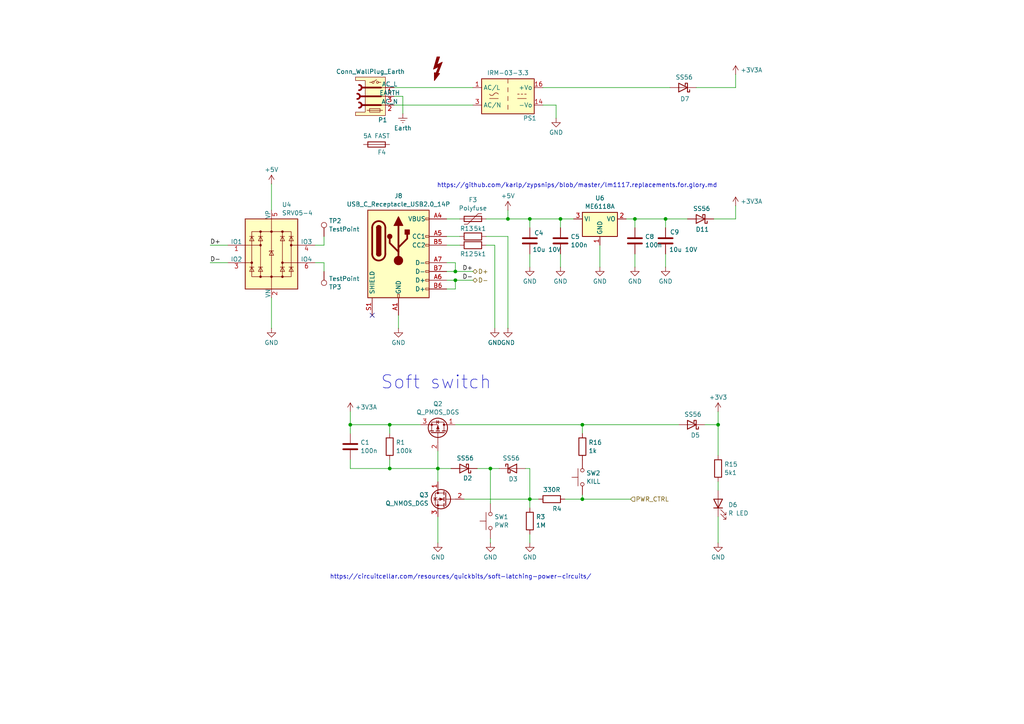
<source format=kicad_sch>
(kicad_sch (version 20231120) (generator "eeschema") (generator_version "8.0")
  (paper "A4")
  (lib_symbols
    (symbol "Connector:TestPoint" (pin_numbers hide) (pin_names (offset 0.762) hide)
      (property "Reference" "TP" (at 0 6.858 0))
      (property "Value" "TestPoint" (at 0 5.08 0))
      (symbol "TestPoint_0_1"
        (circle (center 0 3.302) (radius 0.762))
      )
      (symbol "TestPoint_1_1"
        (pin passive line (at 0 0 90) (length 2.54) (name "1") (number "1"))
      )
    )
    (symbol "Converter_ACDC:IRM-03-3.3"
      (property "Reference" "PS" (at 0 6.35 0))
      (property "Value" "IRM-03-3.3" (at 0 -6.35 0))
      (symbol "IRM-03-3.3_0_1"
        (rectangle (start -7.62 5.08) (end 7.62 -5.08) (stroke (width 0.254)) (fill (type background)))
        (arc (start -5.334 0.635) (mid -4.699 0.2495) (end -4.064 0.635))
        (arc (start -2.794 0.635) (mid -3.429 1.0072) (end -4.064 0.635))
        (polyline (pts (xy -5.334 -0.635) (xy -2.794 -0.635)))
        (polyline (pts (xy 0 -2.54) (xy 0 -3.81)))
        (polyline (pts (xy 0 0) (xy 0 -1.27)))
        (polyline (pts (xy 0 2.54) (xy 0 1.27)))
        (polyline (pts (xy 0 5.08) (xy 0 3.81)))
        (polyline (pts (xy 2.794 -0.635) (xy 5.334 -0.635)))
        (polyline (pts (xy 2.794 0.635) (xy 3.302 0.635)))
        (polyline (pts (xy 3.81 0.635) (xy 4.318 0.635)))
        (polyline (pts (xy 4.826 0.635) (xy 5.334 0.635)))
      )
      (symbol "IRM-03-3.3_1_1"
        (pin power_in line (at -10.16 2.54 0) (length 2.54) (name "AC/L") (number "1"))
        (pin power_out line (at 10.16 -2.54 180) (length 2.54) (name "-Vo") (number "14"))
        (pin power_out line (at 10.16 2.54 180) (length 2.54) (name "+Vo") (number "16"))
        (pin power_in line (at -10.16 -2.54 0) (length 2.54) (name "AC/N") (number "3"))
        (pin no_connect line (at -7.62 0 0) (length 2.54) hide (name "NC") (number "5"))
      )
    )
    (symbol "Device:C" (pin_numbers hide) (pin_names (offset 0.254))
      (property "Reference" "C" (at 0.635 2.54 0))
      (property "Value" "C" (at 0.635 -2.54 0))
      (symbol "C_0_1"
        (polyline (pts (xy -2.032 -0.762) (xy 2.032 -0.762)) (stroke (width 0.508)))
        (polyline (pts (xy -2.032 0.762) (xy 2.032 0.762)) (stroke (width 0.508)))
      )
      (symbol "C_1_1"
        (pin passive line (at 0 3.81 270) (length 2.794) (name "~") (number "1"))
        (pin passive line (at 0 -3.81 90) (length 2.794) (name "~") (number "2"))
      )
    )
    (symbol "Device:D_Schottky" (pin_numbers hide) (pin_names (offset 1.016) hide)
      (property "Reference" "D" (at 0 2.54 0))
      (property "Value" "D_Schottky" (at 0 -2.54 0))
      (symbol "D_Schottky_0_1"
        (polyline (pts (xy 1.27 0) (xy -1.27 0)))
        (polyline (pts (xy 1.27 1.27) (xy 1.27 -1.27) (xy -1.27 0) (xy 1.27 1.27)) (stroke (width 0.254)))
        (polyline (pts (xy -1.905 0.635) (xy -1.905 1.27) (xy -1.27 1.27) (xy -1.27 -1.27) (xy -0.635 -1.27) (xy -0.635 -0.635)) (stroke (width 0.254)))
      )
      (symbol "D_Schottky_1_1"
        (pin passive line (at -3.81 0 0) (length 2.54) (name "K") (number "1"))
        (pin passive line (at 3.81 0 180) (length 2.54) (name "A") (number "2"))
      )
    )
    (symbol "Device:Fuse" (pin_numbers hide) (pin_names (offset 0))
      (property "Reference" "F" (at 2.032 0 90))
      (property "Value" "Fuse" (at -1.905 0 90))
      (symbol "Fuse_0_1"
        (rectangle (start -0.762 -2.54) (end 0.762 2.54) (stroke (width 0.254)))
        (polyline (pts (xy 0 2.54) (xy 0 -2.54)))
      )
      (symbol "Fuse_1_1"
        (pin passive line (at 0 3.81 270) (length 1.27) (name "~") (number "1"))
        (pin passive line (at 0 -3.81 90) (length 1.27) (name "~") (number "2"))
      )
    )
    (symbol "Device:LED" (pin_numbers hide) (pin_names (offset 1.016) hide)
      (property "Reference" "D" (at 0 2.54 0))
      (property "Value" "LED" (at 0 -2.54 0))
      (symbol "LED_0_1"
        (polyline (pts (xy -1.27 -1.27) (xy -1.27 1.27)) (stroke (width 0.254)))
        (polyline (pts (xy -1.27 0) (xy 1.27 0)))
        (polyline (pts (xy 1.27 -1.27) (xy 1.27 1.27) (xy -1.27 0) (xy 1.27 -1.27)) (stroke (width 0.254)))
        (polyline (pts (xy -3.048 -0.762) (xy -4.572 -2.286) (xy -3.81 -2.286) (xy -4.572 -2.286) (xy -4.572 -1.524)))
        (polyline (pts (xy -1.778 -0.762) (xy -3.302 -2.286) (xy -2.54 -2.286) (xy -3.302 -2.286) (xy -3.302 -1.524)))
      )
      (symbol "LED_1_1"
        (pin passive line (at -3.81 0 0) (length 2.54) (name "K") (number "1"))
        (pin passive line (at 3.81 0 180) (length 2.54) (name "A") (number "2"))
      )
    )
    (symbol "Device:Polyfuse" (pin_numbers hide) (pin_names (offset 0))
      (property "Reference" "F" (at -2.54 0 90))
      (property "Value" "Polyfuse" (at 2.54 0 90))
      (symbol "Polyfuse_0_1"
        (rectangle (start -0.762 2.54) (end 0.762 -2.54) (stroke (width 0.254)))
        (polyline (pts (xy 0 2.54) (xy 0 -2.54)))
        (polyline (pts (xy -1.524 2.54) (xy -1.524 1.524) (xy 1.524 -1.524) (xy 1.524 -2.54)))
      )
      (symbol "Polyfuse_1_1"
        (pin passive line (at 0 3.81 270) (length 1.27) (name "~") (number "1"))
        (pin passive line (at 0 -3.81 90) (length 1.27) (name "~") (number "2"))
      )
    )
    (symbol "Device:Q_NMOS_DGS" (pin_names (offset 0) hide)
      (property "Reference" "Q" (at 5.08 1.27 0))
      (property "Value" "Q_NMOS_DGS" (at 5.08 -1.27 0))
      (symbol "Q_NMOS_DGS_0_1"
        (polyline (pts (xy 0.254 0) (xy -2.54 0)))
        (polyline (pts (xy 0.254 1.905) (xy 0.254 -1.905)) (stroke (width 0.254)))
        (polyline (pts (xy 0.762 -1.27) (xy 0.762 -2.286)) (stroke (width 0.254)))
        (polyline (pts (xy 0.762 0.508) (xy 0.762 -0.508)) (stroke (width 0.254)))
        (polyline (pts (xy 0.762 2.286) (xy 0.762 1.27)) (stroke (width 0.254)))
        (polyline (pts (xy 2.54 2.54) (xy 2.54 1.778)))
        (polyline (pts (xy 2.54 -2.54) (xy 2.54 0) (xy 0.762 0)))
        (polyline (pts (xy 0.762 -1.778) (xy 3.302 -1.778) (xy 3.302 1.778) (xy 0.762 1.778)))
        (polyline (pts (xy 1.016 0) (xy 2.032 0.381) (xy 2.032 -0.381) (xy 1.016 0)) (fill (type outline)))
        (polyline (pts (xy 2.794 0.508) (xy 2.921 0.381) (xy 3.683 0.381) (xy 3.81 0.254)))
        (polyline (pts (xy 3.302 0.381) (xy 2.921 -0.254) (xy 3.683 -0.254) (xy 3.302 0.381)))
        (circle (center 1.651 0) (radius 2.794) (stroke (width 0.254)))
        (circle (center 2.54 -1.778) (radius 0.254) (fill (type outline)))
        (circle (center 2.54 1.778) (radius 0.254) (fill (type outline)))
      )
      (symbol "Q_NMOS_DGS_1_1"
        (pin passive line (at 2.54 5.08 270) (length 2.54) (name "D") (number "1"))
        (pin input line (at -5.08 0 0) (length 2.54) (name "G") (number "2"))
        (pin passive line (at 2.54 -5.08 90) (length 2.54) (name "S") (number "3"))
      )
    )
    (symbol "Device:Q_PMOS_DGS" (pin_names (offset 0) hide)
      (property "Reference" "Q" (at 5.08 1.27 0))
      (property "Value" "Q_PMOS_DGS" (at 5.08 -1.27 0))
      (symbol "Q_PMOS_DGS_0_1"
        (polyline (pts (xy 0.254 0) (xy -2.54 0)))
        (polyline (pts (xy 0.254 1.905) (xy 0.254 -1.905)) (stroke (width 0.254)))
        (polyline (pts (xy 0.762 -1.27) (xy 0.762 -2.286)) (stroke (width 0.254)))
        (polyline (pts (xy 0.762 0.508) (xy 0.762 -0.508)) (stroke (width 0.254)))
        (polyline (pts (xy 0.762 2.286) (xy 0.762 1.27)) (stroke (width 0.254)))
        (polyline (pts (xy 2.54 2.54) (xy 2.54 1.778)))
        (polyline (pts (xy 2.54 -2.54) (xy 2.54 0) (xy 0.762 0)))
        (polyline (pts (xy 0.762 1.778) (xy 3.302 1.778) (xy 3.302 -1.778) (xy 0.762 -1.778)))
        (polyline (pts (xy 2.286 0) (xy 1.27 0.381) (xy 1.27 -0.381) (xy 2.286 0)) (fill (type outline)))
        (polyline (pts (xy 2.794 -0.508) (xy 2.921 -0.381) (xy 3.683 -0.381) (xy 3.81 -0.254)))
        (polyline (pts (xy 3.302 -0.381) (xy 2.921 0.254) (xy 3.683 0.254) (xy 3.302 -0.381)))
        (circle (center 1.651 0) (radius 2.794) (stroke (width 0.254)))
        (circle (center 2.54 -1.778) (radius 0.254) (fill (type outline)))
        (circle (center 2.54 1.778) (radius 0.254) (fill (type outline)))
      )
      (symbol "Q_PMOS_DGS_1_1"
        (pin passive line (at 2.54 5.08 270) (length 2.54) (name "D") (number "1"))
        (pin input line (at -5.08 0 0) (length 2.54) (name "G") (number "2"))
        (pin passive line (at 2.54 -5.08 90) (length 2.54) (name "S") (number "3"))
      )
    )
    (symbol "Device:R" (pin_numbers hide) (pin_names (offset 0))
      (property "Reference" "R" (at 2.032 0 90))
      (property "Value" "R" (at 0 0 90))
      (symbol "R_0_1"
        (rectangle (start -1.016 -2.54) (end 1.016 2.54) (stroke (width 0.254)))
      )
      (symbol "R_1_1"
        (pin passive line (at 0 3.81 270) (length 1.27) (name "~") (number "1"))
        (pin passive line (at 0 -3.81 90) (length 1.27) (name "~") (number "2"))
      )
    )
    (symbol "Graphic:SYM_Flash_Small" (in_bom no) (on_board no)
      (symbol "SYM_Flash_Small_0_1"
        (polyline (pts (xy 0.508 -1.016) (xy -1.016 -0.762) (xy -1.016 -3.048) (xy 0.508 -1.016)) (stroke (width 0.2032)) (fill (type outline)))
        (polyline (pts (xy -0.254 3.81) (xy 0.508 3.81) (xy -0.254 1.524) (xy 1.27 2.286) (xy 0 -1.016) (xy -0.508 -0.762) (xy 0.254 1.016) (xy -1.27 0.254) (xy -0.254 3.81)) (stroke (width 0.2032)) (fill (type outline)))
      )
    )
    (symbol "Power_Protection:SRV05-4" (pin_names (offset 0))
      (property "Reference" "U" (at -5.08 11.43 0))
      (property "Value" "SRV05-4" (at 2.54 11.43 0))
      (symbol "SRV05-4_0_0"
        (rectangle (start -5.715 6.477) (end 5.715 -6.604))
        (polyline (pts (xy -3.175 -6.604) (xy -3.175 6.477)))
        (polyline (pts (xy 3.175 6.477) (xy 3.175 -6.604)))
      )
      (symbol "SRV05-4_0_1"
        (rectangle (start -7.62 10.16) (end 7.62 -10.16) (stroke (width 0.254)) (fill (type background)))
        (circle (center -5.715 -2.54) (radius 0.2794) (fill (type outline)))
        (circle (center -3.175 -6.604) (radius 0.2794) (fill (type outline)))
        (circle (center -3.175 2.54) (radius 0.2794) (fill (type outline)))
        (circle (center -3.175 6.477) (radius 0.2794) (fill (type outline)))
        (circle (center 0 -6.604) (radius 0.2794) (fill (type outline)))
        (polyline (pts (xy -7.747 2.54) (xy -3.175 2.54)))
        (polyline (pts (xy -7.62 -2.54) (xy -5.715 -2.54)))
        (polyline (pts (xy -5.08 -3.81) (xy -6.35 -3.81)))
        (polyline (pts (xy -5.08 5.08) (xy -6.35 5.08)))
        (polyline (pts (xy -2.54 -3.81) (xy -3.81 -3.81)))
        (polyline (pts (xy -2.54 5.08) (xy -3.81 5.08)))
        (polyline (pts (xy 0 10.16) (xy 0 -10.16)))
        (polyline (pts (xy 3.81 -3.81) (xy 2.54 -3.81)))
        (polyline (pts (xy 3.81 5.08) (xy 2.54 5.08)))
        (polyline (pts (xy 6.35 -3.81) (xy 5.08 -3.81)))
        (polyline (pts (xy 6.35 5.08) (xy 5.08 5.08)))
        (polyline (pts (xy 7.62 -2.54) (xy 3.175 -2.54)))
        (polyline (pts (xy 7.62 2.54) (xy 5.715 2.54)))
        (polyline (pts (xy 0.635 0.889) (xy -0.635 0.889) (xy -0.635 0.635)))
        (polyline (pts (xy -5.08 -5.08) (xy -6.35 -5.08) (xy -5.715 -3.81) (xy -5.08 -5.08)))
        (polyline (pts (xy -5.08 3.81) (xy -6.35 3.81) (xy -5.715 5.08) (xy -5.08 3.81)))
        (polyline (pts (xy -2.54 -5.08) (xy -3.81 -5.08) (xy -3.175 -3.81) (xy -2.54 -5.08)))
        (polyline (pts (xy -2.54 3.81) (xy -3.81 3.81) (xy -3.175 5.08) (xy -2.54 3.81)))
        (polyline (pts (xy 0.635 -0.381) (xy -0.635 -0.381) (xy 0 0.889) (xy 0.635 -0.381)))
        (polyline (pts (xy 3.81 -5.08) (xy 2.54 -5.08) (xy 3.175 -3.81) (xy 3.81 -5.08)))
        (polyline (pts (xy 3.81 3.81) (xy 2.54 3.81) (xy 3.175 5.08) (xy 3.81 3.81)))
        (polyline (pts (xy 6.35 -5.08) (xy 5.08 -5.08) (xy 5.715 -3.81) (xy 6.35 -5.08)))
        (polyline (pts (xy 6.35 3.81) (xy 5.08 3.81) (xy 5.715 5.08) (xy 6.35 3.81)))
        (circle (center 0 6.477) (radius 0.2794) (fill (type outline)))
        (circle (center 3.175 -6.604) (radius 0.2794) (fill (type outline)))
        (circle (center 3.175 -2.54) (radius 0.2794) (fill (type outline)))
        (circle (center 3.175 6.477) (radius 0.2794) (fill (type outline)))
        (circle (center 5.715 2.54) (radius 0.2794) (fill (type outline)))
      )
      (symbol "SRV05-4_1_1"
        (pin passive line (at -12.7 2.54 0) (length 5.08) (name "IO1") (number "1"))
        (pin passive line (at 0 -12.7 90) (length 2.54) (name "VN") (number "2"))
        (pin passive line (at -12.7 -2.54 0) (length 5.08) (name "IO2") (number "3"))
        (pin passive line (at 12.7 2.54 180) (length 5.08) (name "IO3") (number "4"))
        (pin passive line (at 0 12.7 270) (length 2.54) (name "VP") (number "5"))
        (pin passive line (at 12.7 -2.54 180) (length 5.08) (name "IO4") (number "6"))
      )
    )
    (symbol "Regulator_Linear:AMS1117-3.3"
      (property "Reference" "U" (at -3.81 3.175 0))
      (property "Value" "AMS1117-3.3" (at 0 3.175 0))
      (symbol "AMS1117-3.3_0_1"
        (rectangle (start -5.08 -5.08) (end 5.08 1.905) (stroke (width 0.254)) (fill (type background)))
      )
      (symbol "AMS1117-3.3_1_1"
        (pin power_in line (at 0 -7.62 90) (length 2.54) (name "GND") (number "1"))
        (pin power_out line (at 7.62 0 180) (length 2.54) (name "VO") (number "2"))
        (pin power_in line (at -7.62 0 0) (length 2.54) (name "VI") (number "3"))
      )
    )
    (symbol "Switch:SW_Push" (pin_numbers hide) (pin_names (offset 1.016) hide)
      (property "Reference" "SW" (at 1.27 2.54 0))
      (property "Value" "SW_Push" (at 0 -1.524 0))
      (symbol "SW_Push_0_1"
        (circle (center -2.032 0) (radius 0.508))
        (polyline (pts (xy 0 1.27) (xy 0 3.048)))
        (polyline (pts (xy 2.54 1.27) (xy -2.54 1.27)))
        (circle (center 2.032 0) (radius 0.508))
        (pin passive line (at -5.08 0 0) (length 2.54) (name "1") (number "1"))
        (pin passive line (at 5.08 0 180) (length 2.54) (name "2") (number "2"))
      )
    )
    (symbol "local:Conn_WallPlug_Earth" (pin_names (offset 0))
      (property "Reference" "P" (at 3.81 -7.366 0))
      (property "Value" "Conn_WallPlug_Earth" (at 5.842 5.842 0))
      (symbol "Conn_WallPlug_Earth_0_1"
        (rectangle (start -2.032 -3.556) (end 1.016 -4.572))
        (circle (center -1.016 4.064) (radius 0.3))
        (polyline (pts (xy -4.826 0) (xy 1.27 0)) (stroke (width 0.508)))
        (polyline (pts (xy -4.318 -2.54) (xy 1.27 -2.54)) (stroke (width 0.508)))
        (polyline (pts (xy -4.318 2.54) (xy 1.27 2.54)) (stroke (width 0.508)))
        (polyline (pts (xy -0.762 4.318) (xy 0 4.826)))
        (circle (center 0.254 4.064) (radius 0.3))
      )
      (symbol "Conn_WallPlug_Earth_1_1"
        (arc (start -5.588 -0.762) (mid -4.826 0) (end -5.588 0.762) (stroke (width 0.508)))
        (arc (start -5.08 -3.302) (mid -4.318 -2.54) (end -5.08 -1.778) (stroke (width 0.508)))
        (arc (start -5.08 1.778) (mid -4.318 2.54) (end -5.08 3.302) (stroke (width 0.508)))
        (polyline (pts (xy -1.27 4.064) (xy -2.032 4.064)))
        (polyline (pts (xy 0.508 4.064) (xy 1.27 4.064)))
        (polyline (pts (xy 1.27 -2.54) (xy 2.54 -2.54)))
        (polyline (pts (xy 1.27 0) (xy 2.54 0)))
        (polyline (pts (xy 1.27 2.54) (xy 2.54 2.54)))
        (polyline (pts (xy 1.778 -4.064) (xy -2.794 -4.064)))
        (polyline (pts (xy -6.096 5.588) (xy 2.54 5.588) (xy 2.54 -5.588) (xy -6.096 -5.588) (xy -6.096 -4.572) (xy -3.302 -4.572) (xy -3.302 4.572) (xy -6.096 4.572) (xy -6.096 5.588)) (fill (type background)))
        (pin power_out line (at 5.08 2.54 180) (length 2.54) (name "AC_L") (number "1"))
        (pin power_out line (at 5.08 -2.54 180) (length 2.54) (name "AC_N") (number "2"))
        (pin passive line (at 5.08 0 180) (length 2.54) (name "EARTH") (number "3"))
      )
    )
    (symbol "local:USB_C_Receptacle_USB2.0_14P" (pin_names (offset 1.016))
      (property "Reference" "J" (at 0 22.225 0))
      (property "Value" "USB_C_Receptacle_USB2.0_14P" (at 0 19.685 0))
      (symbol "USB_C_Receptacle_USB2.0_14P_0_0"
        (rectangle (start -0.254 -7.62) (end 0.254 -6.604))
        (rectangle (start 8.89 -4.826) (end 7.874 -5.334))
        (rectangle (start 8.89 -2.286) (end 7.874 -2.794))
        (rectangle (start 8.89 0.254) (end 7.874 -0.254))
        (rectangle (start 8.89 2.794) (end 7.874 2.286))
        (rectangle (start 8.89 7.874) (end 7.874 7.366))
        (rectangle (start 8.89 10.414) (end 7.874 9.906))
        (rectangle (start 8.89 15.494) (end 7.874 14.986))
      )
      (symbol "USB_C_Receptacle_USB2.0_14P_0_1"
        (rectangle (start -8.89 17.78) (end 8.89 -7.62) (stroke (width 0.254)) (fill (type background)))
        (arc (start -7.62 5.08) (mid -5.715 3.1833) (end -3.81 5.08) (stroke (width 0.508)))
        (arc (start -6.35 5.08) (mid -5.715 4.4477) (end -5.08 5.08) (stroke (width 0.254)))
        (arc (start -6.35 5.08) (mid -5.715 4.4477) (end -5.08 5.08) (stroke (width 0.254)) (fill (type outline)))
        (rectangle (start -6.35 5.08) (end -5.08 12.7) (stroke (width 0.254)) (fill (type outline)))
        (arc (start -5.08 12.7) (mid -5.715 13.3323) (end -6.35 12.7) (stroke (width 0.254)))
        (arc (start -5.08 12.7) (mid -5.715 13.3323) (end -6.35 12.7) (stroke (width 0.254)) (fill (type outline)))
        (arc (start -3.81 12.7) (mid -5.715 14.5967) (end -7.62 12.7) (stroke (width 0.508)))
        (circle (center -2.54 10.16) (radius 0.635) (stroke (width 0.254)) (fill (type outline)))
        (polyline (pts (xy -7.62 5.08) (xy -7.62 12.7)) (stroke (width 0.508)))
        (polyline (pts (xy -3.81 12.7) (xy -3.81 5.08)) (stroke (width 0.508)))
        (polyline (pts (xy 0 3.175) (xy 0 13.335)) (stroke (width 0.508)))
        (polyline (pts (xy 0 5.715) (xy -2.54 8.255) (xy -2.54 9.525)) (stroke (width 0.508)))
        (polyline (pts (xy 0 6.985) (xy 2.54 9.525) (xy 2.54 10.795)) (stroke (width 0.508)))
        (polyline (pts (xy -1.27 13.335) (xy 0 15.875) (xy 1.27 13.335) (xy -1.27 13.335)) (stroke (width 0.254)) (fill (type outline)))
        (circle (center 0 3.175) (radius 1.27) (fill (type outline)))
        (rectangle (start 1.905 10.795) (end 3.175 12.065) (stroke (width 0.254)) (fill (type outline)))
      )
      (symbol "USB_C_Receptacle_USB2.0_14P_1_1"
        (pin passive line (at 0 -12.7 90) (length 5.08) (name "GND") (number "A1"))
        (pin passive line (at 0 -12.7 90) (length 5.08) hide (name "GND") (number "A12"))
        (pin passive line (at 13.97 15.24 180) (length 5.08) (name "VBUS") (number "A4"))
        (pin bidirectional line (at 13.97 10.16 180) (length 5.08) (name "CC1") (number "A5"))
        (pin bidirectional line (at 13.97 -2.54 180) (length 5.08) (name "D+") (number "A6"))
        (pin bidirectional line (at 13.97 2.54 180) (length 5.08) (name "D-") (number "A7"))
        (pin passive line (at 13.97 15.24 180) (length 5.08) hide (name "VBUS") (number "A9"))
        (pin passive line (at 0 -12.7 90) (length 5.08) hide (name "GND") (number "B1"))
        (pin passive line (at 0 -12.7 90) (length 5.08) hide (name "GND") (number "B12"))
        (pin passive line (at 13.97 15.24 180) (length 5.08) hide (name "VBUS") (number "B4"))
        (pin bidirectional line (at 13.97 7.62 180) (length 5.08) (name "CC2") (number "B5"))
        (pin bidirectional line (at 13.97 -5.08 180) (length 5.08) (name "D+") (number "B6"))
        (pin bidirectional line (at 13.97 0 180) (length 5.08) (name "D-") (number "B7"))
        (pin passive line (at 13.97 15.24 180) (length 5.08) hide (name "VBUS") (number "B9"))
        (pin passive line (at -7.62 -12.7 90) (length 5.08) (name "SHIELD") (number "S1"))
      )
    )
    (symbol "power:+3V3" (power) (pin_numbers hide) (pin_names (offset 0) hide)
      (property "Value" "+3V3" (at 0 3.556 0))
      (symbol "+3V3_0_1"
        (polyline (pts (xy -0.762 1.27) (xy 0 2.54)))
        (polyline (pts (xy 0 0) (xy 0 2.54)))
        (polyline (pts (xy 0 2.54) (xy 0.762 1.27)))
      )
      (symbol "+3V3_1_1"
        (pin power_in line (at 0 0 90) (length 0) (name "~") (number "1"))
      )
    )
    (symbol "power:+5V" (power) (pin_numbers hide) (pin_names (offset 0) hide)
      (property "Value" "+5V" (at 0 3.556 0))
      (symbol "+5V_0_1"
        (polyline (pts (xy -0.762 1.27) (xy 0 2.54)))
        (polyline (pts (xy 0 0) (xy 0 2.54)))
        (polyline (pts (xy 0 2.54) (xy 0.762 1.27)))
      )
      (symbol "+5V_1_1"
        (pin power_in line (at 0 0 90) (length 0) (name "~") (number "1"))
      )
    )
    (symbol "power:Earth" (power) (pin_numbers hide) (pin_names (offset 0) hide)
      (property "Value" "Earth" (at 0 -3.81 0))
      (symbol "Earth_0_1"
        (polyline (pts (xy -0.635 -1.905) (xy 0.635 -1.905)))
        (polyline (pts (xy -0.127 -2.54) (xy 0.127 -2.54)))
        (polyline (pts (xy 0 -1.27) (xy 0 0)))
        (polyline (pts (xy 1.27 -1.27) (xy -1.27 -1.27)))
      )
      (symbol "Earth_1_1"
        (pin power_in line (at 0 0 270) (length 0) (name "~") (number "1"))
      )
    )
    (symbol "power:GND" (power) (pin_numbers hide) (pin_names (offset 0) hide)
      (property "Value" "GND" (at 0 -3.81 0))
      (symbol "GND_0_1"
        (polyline (pts (xy 0 0) (xy 0 -1.27) (xy 1.27 -1.27) (xy 0 -2.54) (xy -1.27 -1.27) (xy 0 -1.27)))
      )
      (symbol "GND_1_1"
        (pin power_in line (at 0 0 270) (length 0) (name "~") (number "1"))
      )
    )
  )
  (junction (at 142.24 135.89))
  (junction (at 132.08 81.28))
  (junction (at 147.32 63.5))
  (junction (at 168.91 144.78))
  (junction (at 168.91 123.19))
  (junction (at 208.28 123.19))
  (junction (at 127 135.89))
  (junction (at 113.03 123.19))
  (junction (at 184.15 63.5))
  (junction (at 132.08 78.74))
  (junction (at 153.67 144.78))
  (junction (at 101.6 123.19))
  (junction (at 162.56 63.5))
  (junction (at 193.04 63.5))
  (junction (at 113.03 135.89))
  (junction (at 153.67 63.5))
  (no_connect (at 107.95 91.44))
  (wire (pts (xy 147.32 68.58) (xy 147.32 95.25)))
  (wire (pts (xy 208.28 123.19) (xy 208.28 119.38)))
  (wire (pts (xy 129.54 83.82) (xy 132.08 83.82)))
  (wire (pts (xy 129.54 63.5) (xy 133.35 63.5)))
  (wire (pts (xy 140.97 71.12) (xy 143.51 71.12)))
  (wire (pts (xy 193.04 66.04) (xy 193.04 63.5)))
  (wire (pts (xy 181.61 63.5) (xy 184.15 63.5)))
  (wire (pts (xy 138.43 135.89) (xy 142.24 135.89)))
  (wire (pts (xy 207.01 63.5) (xy 213.36 63.5)))
  (wire (pts (xy 113.03 123.19) (xy 121.92 123.19)))
  (wire (pts (xy 78.74 53.34) (xy 78.74 60.96)))
  (wire (pts (xy 116.84 27.94) (xy 116.84 33.02)))
  (wire (pts (xy 143.51 71.12) (xy 143.51 95.25)))
  (wire (pts (xy 115.57 91.44) (xy 115.57 95.25)))
  (wire (pts (xy 163.83 144.78) (xy 168.91 144.78)))
  (wire (pts (xy 127 135.89) (xy 130.81 135.89)))
  (wire (pts (xy 193.04 63.5) (xy 184.15 63.5)))
  (wire (pts (xy 114.3 25.4) (xy 137.16 25.4)))
  (wire (pts (xy 153.67 144.78) (xy 156.21 144.78)))
  (wire (pts (xy 91.44 76.2) (xy 93.98 76.2)))
  (wire (pts (xy 101.6 123.19) (xy 113.03 123.19)))
  (wire (pts (xy 153.67 63.5) (xy 162.56 63.5)))
  (wire (pts (xy 114.3 30.48) (xy 137.16 30.48)))
  (wire (pts (xy 93.98 71.12) (xy 93.98 68.58)))
  (wire (pts (xy 101.6 119.38) (xy 101.6 123.19)))
  (wire (pts (xy 101.6 123.19) (xy 101.6 125.73)))
  (wire (pts (xy 101.6 135.89) (xy 113.03 135.89)))
  (wire (pts (xy 168.91 123.19) (xy 196.85 123.19)))
  (wire (pts (xy 132.08 76.2) (xy 129.54 76.2)))
  (wire (pts (xy 113.03 135.89) (xy 127 135.89)))
  (wire (pts (xy 129.54 68.58) (xy 133.35 68.58)))
  (wire (pts (xy 208.28 123.19) (xy 208.28 132.08)))
  (wire (pts (xy 140.97 63.5) (xy 147.32 63.5)))
  (wire (pts (xy 208.28 149.86) (xy 208.28 157.48)))
  (wire (pts (xy 157.48 25.4) (xy 194.31 25.4)))
  (wire (pts (xy 213.36 25.4) (xy 213.36 21.59)))
  (wire (pts (xy 184.15 63.5) (xy 184.15 66.04)))
  (wire (pts (xy 168.91 123.19) (xy 168.91 125.73)))
  (wire (pts (xy 132.08 81.28) (xy 137.16 81.28)))
  (wire (pts (xy 161.29 34.29) (xy 161.29 30.48)))
  (wire (pts (xy 134.62 144.78) (xy 153.67 144.78)))
  (wire (pts (xy 193.04 63.5) (xy 199.39 63.5)))
  (wire (pts (xy 78.74 86.36) (xy 78.74 95.25)))
  (wire (pts (xy 132.08 78.74) (xy 132.08 76.2)))
  (wire (pts (xy 127 149.86) (xy 127 157.48)))
  (wire (pts (xy 129.54 71.12) (xy 133.35 71.12)))
  (wire (pts (xy 153.67 135.89) (xy 153.67 144.78)))
  (wire (pts (xy 193.04 73.66) (xy 193.04 77.47)))
  (wire (pts (xy 60.96 76.2) (xy 66.04 76.2)))
  (wire (pts (xy 168.91 144.78) (xy 182.88 144.78)))
  (wire (pts (xy 208.28 139.7) (xy 208.28 142.24)))
  (wire (pts (xy 93.98 76.2) (xy 93.98 78.74)))
  (wire (pts (xy 132.08 123.19) (xy 168.91 123.19)))
  (wire (pts (xy 127 135.89) (xy 127 130.81)))
  (wire (pts (xy 153.67 66.04) (xy 153.67 63.5)))
  (wire (pts (xy 162.56 66.04) (xy 162.56 63.5)))
  (wire (pts (xy 147.32 60.96) (xy 147.32 63.5)))
  (wire (pts (xy 60.96 71.12) (xy 66.04 71.12)))
  (wire (pts (xy 142.24 135.89) (xy 144.78 135.89)))
  (wire (pts (xy 140.97 68.58) (xy 147.32 68.58)))
  (wire (pts (xy 132.08 81.28) (xy 129.54 81.28)))
  (wire (pts (xy 162.56 73.66) (xy 162.56 77.47)))
  (wire (pts (xy 142.24 156.21) (xy 142.24 157.48)))
  (wire (pts (xy 162.56 63.5) (xy 166.37 63.5)))
  (wire (pts (xy 184.15 73.66) (xy 184.15 77.47)))
  (wire (pts (xy 152.4 135.89) (xy 153.67 135.89)))
  (wire (pts (xy 114.3 27.94) (xy 116.84 27.94)))
  (wire (pts (xy 153.67 144.78) (xy 153.67 147.32)))
  (wire (pts (xy 168.91 143.51) (xy 168.91 144.78)))
  (wire (pts (xy 132.08 78.74) (xy 137.16 78.74)))
  (wire (pts (xy 113.03 133.35) (xy 113.03 135.89)))
  (wire (pts (xy 127 139.7) (xy 127 135.89)))
  (wire (pts (xy 101.6 133.35) (xy 101.6 135.89)))
  (wire (pts (xy 161.29 30.48) (xy 157.48 30.48)))
  (wire (pts (xy 132.08 83.82) (xy 132.08 81.28)))
  (wire (pts (xy 147.32 63.5) (xy 153.67 63.5)))
  (wire (pts (xy 173.99 71.12) (xy 173.99 77.47)))
  (wire (pts (xy 201.93 25.4) (xy 213.36 25.4)))
  (wire (pts (xy 153.67 73.66) (xy 153.67 77.47)))
  (wire (pts (xy 129.54 78.74) (xy 132.08 78.74)))
  (wire (pts (xy 91.44 71.12) (xy 93.98 71.12)))
  (wire (pts (xy 113.03 125.73) (xy 113.03 123.19)))
  (wire (pts (xy 142.24 135.89) (xy 142.24 146.05)))
  (wire (pts (xy 204.47 123.19) (xy 208.28 123.19)))
  (wire (pts (xy 153.67 154.94) (xy 153.67 157.48)))
  (wire (pts (xy 213.36 59.69) (xy 213.36 63.5)))
  (text "Soft switch" (at 126.492 110.998 0) (effects (font (size 3.81 3.81))))
  (text "https://circuitcellar.com/resources/quickbits/soft-latching-power-circuits/" (at 133.604 167.386 0) (effects (font (size 1.27 1.27))))
  (text "https://github.com/karlp/zypsnips/blob/master/lm1117.replacements.for.glory.md" (at 167.386 53.848 0) (effects (font (size 1.27 1.27))))
  (label "D+" (at 137.16 78.74 180))
  (label "D+" (at 60.96 71.12 0))
  (label "D-" (at 137.16 81.28 180))
  (label "D-" (at 60.96 76.2 0))
  (hierarchical_label "PWR_CTRL" (shape input) (at 182.88 144.78 0))
  (hierarchical_label "D-" (shape bidirectional) (at 137.16 81.28 0))
  (hierarchical_label "D+" (shape bidirectional) (at 137.16 78.74 0))
  (symbol (lib_id "Regulator_Linear:AMS1117-3.3") (at 173.99 63.5 0) (unit 1)
    (property "Reference" "U6" (at 173.99 57.4505 0))
    (property "Value" "ME6118A" (at 173.99 59.8748 0))
    (property "Footprint" "Package_TO_SOT_SMD:SOT-223-3_TabPin2" (effects (hide yes)))
    (property "Description" "1A Low Dropout regulator, positive, 3.3V fixed output, SOT-223" (effects (hide yes)))
    (property "LCSC" "C151064" (effects (hide yes)))
  )
  (symbol (lib_id "Device:R") (at 137.16 71.12 90) (unit 1)
    (property "Reference" "R12" (at 135.382 73.66 90))
    (property "Value" "5k1" (at 139.192 73.66 90))
    (property "Description" "Resistor" (effects (hide yes)))
  )
  (symbol (lib_id "Device:Polyfuse") (at 137.16 63.5 90) (unit 1)
    (property "Reference" "F3" (at 137.16 57.9585 90))
    (property "Value" "Polyfuse" (at 137.16 60.3828 90))
    (property "Description" "Resettable fuse, polymeric positive temperature coefficient" (effects (hide yes)))
  )
  (symbol (lib_id "power:GND") (at 78.74 95.25 0) (unit 1)
    (property "Reference" "#PWR063" (effects (hide yes)))
    (property "Value" "GND" (at 78.74 99.3831 0))
    (property "Description" "Power symbol creates a global label with name \"GND\" , ground" (effects (hide yes)))
  )
  (symbol (lib_id "Device:C") (at 101.6 129.54 0) (unit 1)
    (property "Reference" "C1" (at 104.521 128.3278 0) (effects (justify left)))
    (property "Value" "100n" (at 104.521 130.7521 0) (effects (justify left)))
    (property "Description" "Unpolarized capacitor" (effects (hide yes)))
  )
  (symbol (lib_id "Device:D_Schottky") (at 200.66 123.19 180) (unit 1)
    (property "Reference" "D5" (at 201.676 126.238 0))
    (property "Value" "SS56" (at 200.9775 120.1998 0))
    (property "Description" "Schottky diode" (effects (hide yes)))
  )
  (symbol (lib_id "Converter_ACDC:IRM-03-3.3") (at 147.32 27.94 0) (unit 1)
    (property "Reference" "PS1" (at 153.67 34.29 0))
    (property "Value" "IRM-03-3.3" (at 147.32 21.1398 0))
    (property "Footprint" "Converter_ACDC:Converter_ACDC_MeanWell_IRM-03-xx_THT" (effects (hide yes)))
    (property "Datasheet" "https://www.meanwell.com/Upload/PDF/IRM-03/IRM-03-SPEC.PDF" (effects (hide yes)))
    (property "Description" "3.3V, 900mA, 3W, Isolated, AC-DC, IRM03" (effects (hide yes)))
  )
  (symbol (lib_id "power:GND") (at 193.04 77.47 0) (unit 1)
    (property "Reference" "#PWR072" (effects (hide yes)))
    (property "Value" "GND" (at 193.04 81.6031 0))
    (property "Description" "Power symbol creates a global label with name \"GND\" , ground" (effects (hide yes)))
  )
  (symbol (lib_id "Device:LED") (at 208.28 146.05 90) (unit 1)
    (property "Reference" "D6" (at 211.201 146.4253 90) (effects (justify right)))
    (property "Value" "R LED" (at 211.201 148.8496 90) (effects (justify right)))
    (property "Description" "Light emitting diode" (effects (hide yes)))
  )
  (symbol (lib_id "Device:C") (at 184.15 69.85 0) (unit 1)
    (property "Reference" "C8" (at 187.071 68.6378 0) (effects (justify left)))
    (property "Value" "100n" (at 187.071 71.0621 0) (effects (justify left)))
    (property "Description" "Unpolarized capacitor" (effects (hide yes)))
  )
  (symbol (lib_id "local:USB_C_Receptacle_USB2.0_14P") (at 115.57 78.74 0) (unit 1)
    (property "Reference" "J8" (at 115.57 56.8155 0))
    (property "Value" "USB_C_Receptacle_USB2.0_14P" (at 115.57 59.2398 0))
    (property "Datasheet" "https://www.usb.org/sites/default/files/documents/usb_type-c.zip" (effects (hide yes)))
    (property "Description" "USB 2.0-only 14P Type-C Receptacle connector" (effects (hide yes)))
  )
  (symbol (lib_id "Device:C") (at 153.67 69.85 0) (unit 1)
    (property "Reference" "C4" (at 154.94 67.564 0) (effects (justify left)))
    (property "Value" "10u 10V" (at 154.432 72.39 0) (effects (justify left)))
    (property "Description" "Unpolarized capacitor" (effects (hide yes)))
  )
  (symbol (lib_id "power:GND") (at 162.56 77.47 0) (unit 1)
    (property "Reference" "#PWR070" (effects (hide yes)))
    (property "Value" "GND" (at 162.56 81.6031 0))
    (property "Description" "Power symbol creates a global label with name \"GND\" , ground" (effects (hide yes)))
  )
  (symbol (lib_id "power:+5V") (at 78.74 53.34 0) (unit 1)
    (property "Reference" "#PWR074" (effects (hide yes)))
    (property "Value" "+5V" (at 78.74 49.2069 0))
    (property "Description" "Power symbol creates a global label with name \"+5V\"" (effects (hide yes)))
  )
  (symbol (lib_id "Device:R") (at 160.02 144.78 90) (unit 1)
    (property "Reference" "R4" (at 161.544 147.574 90))
    (property "Value" "330R" (at 160.02 142.0438 90))
    (property "Description" "Resistor" (effects (hide yes)))
  )
  (symbol (lib_id "power:GND") (at 153.67 157.48 0) (unit 1)
    (property "Reference" "#PWR018" (effects (hide yes)))
    (property "Value" "GND" (at 153.67 161.6131 0))
    (property "Description" "Power symbol creates a global label with name \"GND\" , ground" (effects (hide yes)))
  )
  (symbol (lib_id "Graphic:SYM_Flash_Small") (at 127 20.32 0) (unit 1) (exclude_from_sim yes) (in_bom no) (on_board no)
    (property "Reference" "#SYM1" (effects (hide yes)))
    (property "Value" "SYM_Flash_Small" (effects (hide yes)))
    (property "Description" "Flash symbol, small" (effects (hide yes)))
  )
  (symbol (lib_id "Device:R") (at 113.03 129.54 0) (unit 1)
    (property "Reference" "R1" (at 114.808 128.3278 0) (effects (justify left)))
    (property "Value" "100k" (at 114.808 130.7521 0) (effects (justify left)))
    (property "Description" "Resistor" (effects (hide yes)))
  )
  (symbol (lib_id "power:GND") (at 142.24 157.48 0) (unit 1)
    (property "Reference" "#PWR017" (effects (hide yes)))
    (property "Value" "GND" (at 142.24 161.6131 0))
    (property "Description" "Power symbol creates a global label with name \"GND\" , ground" (effects (hide yes)))
  )
  (symbol (lib_id "Device:Q_PMOS_DGS") (at 127 125.73 270) (mirror x) (unit 1)
    (property "Reference" "Q2" (at 127 117.1405 90))
    (property "Value" "Q_PMOS_DGS" (at 127 119.5648 90))
    (property "Description" "P-MOSFET transistor, drain/gate/source" (effects (hide yes)))
  )
  (symbol (lib_id "Device:R") (at 153.67 151.13 0) (unit 1)
    (property "Reference" "R3" (at 155.448 149.9178 0) (effects (justify left)))
    (property "Value" "1M" (at 155.448 152.3421 0) (effects (justify left)))
    (property "Description" "Resistor" (effects (hide yes)))
  )
  (symbol (lib_id "power:+3V3") (at 213.36 21.59 0) (unit 1)
    (property "Reference" "#PWR027" (effects (hide yes)))
    (property "Value" "+3V3A" (at 214.757 20.32 0) (effects (justify left)))
    (property "Description" "Power symbol creates a global label with name \"+3V3\"" (effects (hide yes)))
  )
  (symbol (lib_id "Device:R") (at 208.28 135.89 0) (unit 1)
    (property "Reference" "R15" (at 210.058 134.6778 0) (effects (justify left)))
    (property "Value" "5k1" (at 210.058 137.1021 0) (effects (justify left)))
    (property "Description" "Resistor" (effects (hide yes)))
  )
  (symbol (lib_id "Connector:TestPoint") (at 93.98 78.74 0) (mirror x) (unit 1)
    (property "Reference" "TP3" (at 95.377 83.2542 0) (effects (justify left)))
    (property "Value" "TestPoint" (at 95.377 80.8299 0) (effects (justify left)))
    (property "Description" "test point" (effects (hide yes)))
  )
  (symbol (lib_id "power:GND") (at 147.32 95.25 0) (unit 1)
    (property "Reference" "#PWR035" (effects (hide yes)))
    (property "Value" "GND" (at 147.32 99.3831 0))
    (property "Description" "Power symbol creates a global label with name \"GND\" , ground" (effects (hide yes)))
  )
  (symbol (lib_id "Device:R") (at 137.16 68.58 90) (unit 1)
    (property "Reference" "R13" (at 135.382 66.294 90))
    (property "Value" "5k1" (at 139.192 66.294 90))
    (property "Description" "Resistor" (effects (hide yes)))
  )
  (symbol (lib_id "power:GND") (at 115.57 95.25 0) (unit 1)
    (property "Reference" "#PWR09" (effects (hide yes)))
    (property "Value" "GND" (at 115.57 99.3831 0))
    (property "Description" "Power symbol creates a global label with name \"GND\" , ground" (effects (hide yes)))
  )
  (symbol (lib_id "power:GND") (at 161.29 34.29 0) (unit 1)
    (property "Reference" "#PWR028" (effects (hide yes)))
    (property "Value" "GND" (at 161.29 38.4231 0))
    (property "Description" "Power symbol creates a global label with name \"GND\" , ground" (effects (hide yes)))
  )
  (symbol (lib_id "Switch:SW_Push") (at 168.91 138.43 90) (unit 1)
    (property "Reference" "SW2" (at 170.053 137.2178 90) (effects (justify right)))
    (property "Value" "KILL" (at 170.053 139.6421 90) (effects (justify right)))
    (property "Description" "Push button switch, generic, two pins" (effects (hide yes)))
  )
  (symbol (lib_id "Device:D_Schottky") (at 203.2 63.5 180) (unit 1)
    (property "Reference" "D11" (at 203.708 66.548 0))
    (property "Value" "SS56" (at 203.5175 60.5098 0))
    (property "Description" "Schottky diode" (effects (hide yes)))
  )
  (symbol (lib_id "power:GND") (at 208.28 157.48 0) (unit 1)
    (property "Reference" "#PWR026" (effects (hide yes)))
    (property "Value" "GND" (at 208.28 161.6131 0))
    (property "Description" "Power symbol creates a global label with name \"GND\" , ground" (effects (hide yes)))
  )
  (symbol (lib_id "local:Conn_WallPlug_Earth") (at 109.22 27.94 0) (unit 1)
    (property "Reference" "P1" (at 110.998 34.798 0))
    (property "Value" "Conn_WallPlug_Earth" (at 107.442 20.7588 0))
    (property "Description" "3-pin general wall plug, with Earth wire (110VAC, 220VAC)" (effects (hide yes)))
  )
  (symbol (lib_id "Device:D_Schottky") (at 134.62 135.89 180) (unit 1)
    (property "Reference" "D2" (at 135.636 138.684 0))
    (property "Value" "SS56" (at 134.9375 132.8998 0))
    (property "Description" "Schottky diode" (effects (hide yes)))
  )
  (symbol (lib_id "power:GND") (at 173.99 77.47 0) (unit 1)
    (property "Reference" "#PWR073" (effects (hide yes)))
    (property "Value" "GND" (at 173.99 81.6031 0))
    (property "Description" "Power symbol creates a global label with name \"GND\" , ground" (effects (hide yes)))
  )
  (symbol (lib_id "power:GND") (at 127 157.48 0) (unit 1)
    (property "Reference" "#PWR016" (effects (hide yes)))
    (property "Value" "GND" (at 127 161.6131 0))
    (property "Description" "Power symbol creates a global label with name \"GND\" , ground" (effects (hide yes)))
  )
  (symbol (lib_id "Device:D_Schottky") (at 148.59 135.89 0) (unit 1)
    (property "Reference" "D3" (at 148.844 138.938 0))
    (property "Value" "SS56" (at 148.2725 132.8998 0))
    (property "Description" "Schottky diode" (effects (hide yes)))
  )
  (symbol (lib_id "Power_Protection:SRV05-4") (at 78.74 73.66 0) (unit 1)
    (property "Reference" "U4" (at 81.7565 59.3555 0) (effects (justify left)))
    (property "Value" "SRV05-4" (at 81.7565 61.7798 0) (effects (justify left)))
    (property "Footprint" "Package_TO_SOT_SMD:SOT-23-6" (effects (hide yes)))
    (property "Datasheet" "http://www.onsemi.com/pub/Collateral/SRV05-4-D.PDF" (effects (hide yes)))
    (property "Description" "ESD Protection Diodes with Low Clamping Voltage, SOT-23-6" (effects (hide yes)))
  )
  (symbol (lib_id "power:+3V3") (at 208.28 119.38 0) (unit 1)
    (property "Reference" "#PWR019" (effects (hide yes)))
    (property "Value" "+3V3" (at 208.28 115.2469 0))
    (property "Description" "Power symbol creates a global label with name \"+3V3\"" (effects (hide yes)))
  )
  (symbol (lib_id "power:GND") (at 184.15 77.47 0) (unit 1)
    (property "Reference" "#PWR071" (effects (hide yes)))
    (property "Value" "GND" (at 184.15 81.6031 0))
    (property "Description" "Power symbol creates a global label with name \"GND\" , ground" (effects (hide yes)))
  )
  (symbol (lib_id "Device:Q_NMOS_DGS") (at 129.54 144.78 0) (mirror y) (unit 1)
    (property "Reference" "Q3" (at 124.333 143.5678 0) (effects (justify left)))
    (property "Value" "Q_NMOS_DGS" (at 124.333 145.9921 0) (effects (justify left)))
    (property "Description" "N-MOSFET transistor, drain/gate/source" (effects (hide yes)))
  )
  (symbol (lib_id "power:GND") (at 153.67 77.47 0) (unit 1)
    (property "Reference" "#PWR069" (effects (hide yes)))
    (property "Value" "GND" (at 153.67 81.6031 0))
    (property "Description" "Power symbol creates a global label with name \"GND\" , ground" (effects (hide yes)))
  )
  (symbol (lib_id "Connector:TestPoint") (at 93.98 68.58 0) (unit 1)
    (property "Reference" "TP2" (at 95.377 64.0658 0) (effects (justify left)))
    (property "Value" "TestPoint" (at 95.377 66.4901 0) (effects (justify left)))
    (property "Description" "test point" (effects (hide yes)))
  )
  (symbol (lib_id "Device:C") (at 162.56 69.85 0) (unit 1)
    (property "Reference" "C5" (at 165.481 68.6378 0) (effects (justify left)))
    (property "Value" "100n" (at 165.481 71.0621 0) (effects (justify left)))
    (property "Description" "Unpolarized capacitor" (effects (hide yes)))
  )
  (symbol (lib_id "Device:R") (at 168.91 129.54 0) (unit 1)
    (property "Reference" "R16" (at 170.688 128.3278 0) (effects (justify left)))
    (property "Value" "1k" (at 170.688 130.7521 0) (effects (justify left)))
    (property "Description" "Resistor" (effects (hide yes)))
  )
  (symbol (lib_id "power:+3V3") (at 213.36 59.69 0) (unit 1)
    (property "Reference" "#PWR062" (effects (hide yes)))
    (property "Value" "+3V3A" (at 214.757 58.42 0) (effects (justify left)))
    (property "Description" "Power symbol creates a global label with name \"+3V3\"" (effects (hide yes)))
  )
  (symbol (lib_id "power:Earth") (at 116.84 33.02 0) (unit 1)
    (property "Reference" "#PWR036" (effects (hide yes)))
    (property "Value" "Earth" (at 116.84 37.1531 0))
    (property "Description" "Power symbol creates a global label with name \"Earth\"" (effects (hide yes)))
  )
  (symbol (lib_id "power:+3V3") (at 101.6 119.38 0) (unit 1)
    (property "Reference" "#PWR04" (effects (hide yes)))
    (property "Value" "+3V3A" (at 102.997 118.11 0) (effects (justify left)))
    (property "Description" "Power symbol creates a global label with name \"+3V3\"" (effects (hide yes)))
  )
  (symbol (lib_id "power:GND") (at 143.51 95.25 0) (unit 1)
    (property "Reference" "#PWR034" (effects (hide yes)))
    (property "Value" "GND" (at 143.51 99.3831 0))
    (property "Description" "Power symbol creates a global label with name \"GND\" , ground" (effects (hide yes)))
  )
  (symbol (lib_id "Device:D_Schottky") (at 198.12 25.4 180) (unit 1)
    (property "Reference" "D7" (at 198.628 28.702 0))
    (property "Value" "SS56" (at 198.4375 22.4098 0))
    (property "Description" "Schottky diode" (effects (hide yes)))
  )
  (symbol (lib_id "Device:C") (at 193.04 69.85 0) (unit 1)
    (property "Reference" "C9" (at 194.31 67.31 0) (effects (justify left)))
    (property "Value" "10u 10V" (at 194.056 72.39 0) (effects (justify left)))
    (property "Description" "Unpolarized capacitor" (effects (hide yes)))
  )
  (symbol (lib_id "power:+5V") (at 147.32 60.96 0) (unit 1)
    (property "Reference" "#PWR025" (effects (hide yes)))
    (property "Value" "+5V" (at 147.32 56.8269 0))
    (property "Description" "Power symbol creates a global label with name \"+5V\"" (effects (hide yes)))
  )
  (symbol (lib_id "Device:Fuse") (at 109.22 41.91 90) (unit 1) (on_board no)
    (property "Reference" "F4" (at 110.744 44.196 90))
    (property "Value" "5A FAST" (at 109.22 39.4278 90))
    (property "Description" "Fuse" (effects (hide yes)))
  )
  (symbol (lib_id "Switch:SW_Push") (at 142.24 151.13 90) (unit 1)
    (property "Reference" "SW1" (at 143.383 149.9178 90) (effects (justify right)))
    (property "Value" "PWR" (at 143.383 152.3421 90) (effects (justify right)))
    (property "Description" "Push button switch, generic, two pins" (effects (hide yes)))
  )
)
</source>
